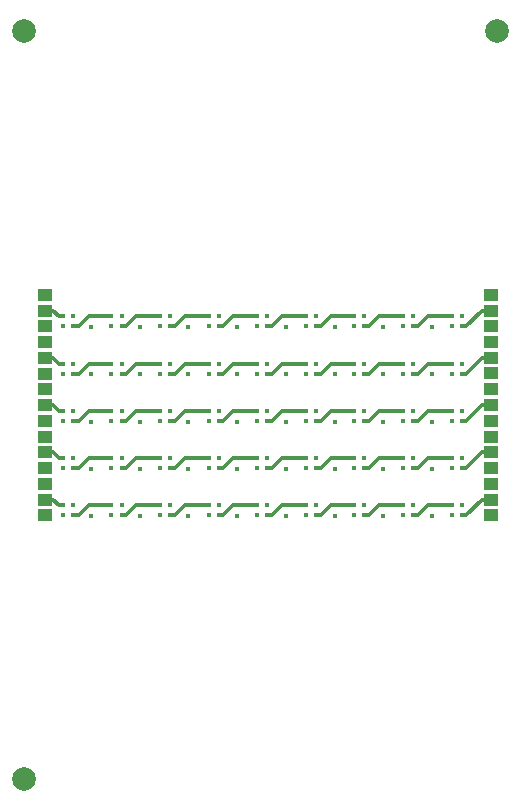
<source format=gtl>
G04 #@! TF.GenerationSoftware,KiCad,Pcbnew,7.0.2-6a45011f42~172~ubuntu22.04.1*
G04 #@! TF.CreationDate,2023-07-03T20:32:52+08:00*
G04 #@! TF.ProjectId,panel_5_1,70616e65-6c5f-4355-9f31-2e6b69636164,rev?*
G04 #@! TF.SameCoordinates,Original*
G04 #@! TF.FileFunction,Copper,L1,Top*
G04 #@! TF.FilePolarity,Positive*
%FSLAX46Y46*%
G04 Gerber Fmt 4.6, Leading zero omitted, Abs format (unit mm)*
G04 Created by KiCad (PCBNEW 7.0.2-6a45011f42~172~ubuntu22.04.1) date 2023-07-03 20:32:52*
%MOMM*%
%LPD*%
G01*
G04 APERTURE LIST*
G04 #@! TA.AperFunction,SMDPad,CuDef*
%ADD10R,0.450000X0.450000*%
G04 #@! TD*
G04 #@! TA.AperFunction,ComponentPad*
%ADD11R,1.200000X1.000000*%
G04 #@! TD*
G04 #@! TA.AperFunction,SMDPad,CuDef*
%ADD12C,2.000000*%
G04 #@! TD*
G04 #@! TA.AperFunction,ViaPad*
%ADD13C,0.450000*%
G04 #@! TD*
G04 #@! TA.AperFunction,Conductor*
%ADD14C,0.300000*%
G04 #@! TD*
G04 APERTURE END LIST*
D10*
G04 #@! TO.P,U4,1,DOUT*
G04 #@! TO.N,Board_2-Net-(U4-DOUT)*
X31465663Y-36330000D03*
G04 #@! TO.P,U4,2,VDD*
G04 #@! TO.N,Board_2-+3V3*
X30615663Y-36330000D03*
G04 #@! TO.P,U4,3,GND*
G04 #@! TO.N,Board_2-GND*
X31465663Y-35480000D03*
G04 #@! TO.P,U4,4,DIN*
G04 #@! TO.N,Board_2-Net-(U3-DOUT)*
X30615663Y-35480000D03*
G04 #@! TD*
G04 #@! TO.P,U5,1,DOUT*
G04 #@! TO.N,Board_3-Net-(U5-DOUT)*
X35579334Y-40330000D03*
G04 #@! TO.P,U5,2,VDD*
G04 #@! TO.N,Board_3-+3V3*
X34729334Y-40330000D03*
G04 #@! TO.P,U5,3,GND*
G04 #@! TO.N,Board_3-GND*
X35579334Y-39480000D03*
G04 #@! TO.P,U5,4,DIN*
G04 #@! TO.N,Board_3-Net-(U4-DOUT)*
X34729334Y-39480000D03*
G04 #@! TD*
D11*
G04 #@! TO.P,J1,1,Pin_1*
G04 #@! TO.N,Board_1-+3V3*
X16727500Y-32330000D03*
G04 #@! TD*
D10*
G04 #@! TO.P,U6,1,DOUT*
G04 #@! TO.N,Board_4-Net-(U6-DOUT)*
X39693005Y-44330000D03*
G04 #@! TO.P,U6,2,VDD*
G04 #@! TO.N,Board_4-+3V3*
X38843005Y-44330000D03*
G04 #@! TO.P,U6,3,GND*
G04 #@! TO.N,Board_4-GND*
X39693005Y-43480000D03*
G04 #@! TO.P,U6,4,DIN*
G04 #@! TO.N,Board_4-Net-(U5-DOUT)*
X38843005Y-43480000D03*
G04 #@! TD*
G04 #@! TO.P,U4,1,DOUT*
G04 #@! TO.N,Board_1-Net-(U4-DOUT)*
X31465663Y-32330000D03*
G04 #@! TO.P,U4,2,VDD*
G04 #@! TO.N,Board_1-+3V3*
X30615663Y-32330000D03*
G04 #@! TO.P,U4,3,GND*
G04 #@! TO.N,Board_1-GND*
X31465663Y-31480000D03*
G04 #@! TO.P,U4,4,DIN*
G04 #@! TO.N,Board_1-Net-(U3-DOUT)*
X30615663Y-31480000D03*
G04 #@! TD*
G04 #@! TO.P,U5,1,DOUT*
G04 #@! TO.N,Board_1-Net-(U5-DOUT)*
X35579334Y-32330000D03*
G04 #@! TO.P,U5,2,VDD*
G04 #@! TO.N,Board_1-+3V3*
X34729334Y-32330000D03*
G04 #@! TO.P,U5,3,GND*
G04 #@! TO.N,Board_1-GND*
X35579334Y-31480000D03*
G04 #@! TO.P,U5,4,DIN*
G04 #@! TO.N,Board_1-Net-(U4-DOUT)*
X34729334Y-31480000D03*
G04 #@! TD*
G04 #@! TO.P,U6,1,DOUT*
G04 #@! TO.N,Board_1-Net-(U6-DOUT)*
X39693005Y-32330000D03*
G04 #@! TO.P,U6,2,VDD*
G04 #@! TO.N,Board_1-+3V3*
X38843005Y-32330000D03*
G04 #@! TO.P,U6,3,GND*
G04 #@! TO.N,Board_1-GND*
X39693005Y-31480000D03*
G04 #@! TO.P,U6,4,DIN*
G04 #@! TO.N,Board_1-Net-(U5-DOUT)*
X38843005Y-31480000D03*
G04 #@! TD*
G04 #@! TO.P,U2,1,DOUT*
G04 #@! TO.N,Board_4-Net-(U2-DOUT)*
X23238321Y-44330000D03*
G04 #@! TO.P,U2,2,VDD*
G04 #@! TO.N,Board_4-+3V3*
X22388321Y-44330000D03*
G04 #@! TO.P,U2,3,GND*
G04 #@! TO.N,Board_4-GND*
X23238321Y-43480000D03*
G04 #@! TO.P,U2,4,DIN*
G04 #@! TO.N,Board_4-Net-(U1-DOUT)*
X22388321Y-43480000D03*
G04 #@! TD*
D11*
G04 #@! TO.P,J2,1,Pin_1*
G04 #@! TO.N,Board_1-GND*
X16727500Y-29680000D03*
G04 #@! TD*
D10*
G04 #@! TO.P,U6,1,DOUT*
G04 #@! TO.N,Board_3-Net-(U6-DOUT)*
X39693005Y-40330000D03*
G04 #@! TO.P,U6,2,VDD*
G04 #@! TO.N,Board_3-+3V3*
X38843005Y-40330000D03*
G04 #@! TO.P,U6,3,GND*
G04 #@! TO.N,Board_3-GND*
X39693005Y-39480000D03*
G04 #@! TO.P,U6,4,DIN*
G04 #@! TO.N,Board_3-Net-(U5-DOUT)*
X38843005Y-39480000D03*
G04 #@! TD*
D11*
G04 #@! TO.P,J2,1,Pin_1*
G04 #@! TO.N,Board_2-GND*
X16727500Y-33680000D03*
G04 #@! TD*
D10*
G04 #@! TO.P,U1,1,DOUT*
G04 #@! TO.N,Board_4-Net-(U1-DOUT)*
X19124650Y-44330000D03*
G04 #@! TO.P,U1,2,VDD*
G04 #@! TO.N,Board_4-+3V3*
X18274650Y-44330000D03*
G04 #@! TO.P,U1,3,GND*
G04 #@! TO.N,Board_4-GND*
X19124650Y-43480000D03*
G04 #@! TO.P,U1,4,DIN*
G04 #@! TO.N,Board_4-LED_DATA*
X18274650Y-43480000D03*
G04 #@! TD*
G04 #@! TO.P,U8,1,DOUT*
G04 #@! TO.N,Board_4-Net-(U8-DOUT)*
X47920347Y-44330000D03*
G04 #@! TO.P,U8,2,VDD*
G04 #@! TO.N,Board_4-+3V3*
X47070347Y-44330000D03*
G04 #@! TO.P,U8,3,GND*
G04 #@! TO.N,Board_4-GND*
X47920347Y-43480000D03*
G04 #@! TO.P,U8,4,DIN*
G04 #@! TO.N,Board_4-Net-(U7-DOUT)*
X47070347Y-43480000D03*
G04 #@! TD*
G04 #@! TO.P,U1,1,DOUT*
G04 #@! TO.N,Board_2-Net-(U1-DOUT)*
X19124650Y-36330000D03*
G04 #@! TO.P,U1,2,VDD*
G04 #@! TO.N,Board_2-+3V3*
X18274650Y-36330000D03*
G04 #@! TO.P,U1,3,GND*
G04 #@! TO.N,Board_2-GND*
X19124650Y-35480000D03*
G04 #@! TO.P,U1,4,DIN*
G04 #@! TO.N,Board_2-LED_DATA*
X18274650Y-35480000D03*
G04 #@! TD*
D11*
G04 #@! TO.P,J4,1,Pin_1*
G04 #@! TO.N,Board_3-LED_OUT*
X54497500Y-39000000D03*
G04 #@! TD*
D10*
G04 #@! TO.P,U3,1,DOUT*
G04 #@! TO.N,Board_3-Net-(U3-DOUT)*
X27351992Y-40330000D03*
G04 #@! TO.P,U3,2,VDD*
G04 #@! TO.N,Board_3-+3V3*
X26501992Y-40330000D03*
G04 #@! TO.P,U3,3,GND*
G04 #@! TO.N,Board_3-GND*
X27351992Y-39480000D03*
G04 #@! TO.P,U3,4,DIN*
G04 #@! TO.N,Board_3-Net-(U2-DOUT)*
X26501992Y-39480000D03*
G04 #@! TD*
G04 #@! TO.P,U5,1,DOUT*
G04 #@! TO.N,Board_0-Net-(U5-DOUT)*
X35579334Y-28330000D03*
G04 #@! TO.P,U5,2,VDD*
G04 #@! TO.N,Board_0-+3V3*
X34729334Y-28330000D03*
G04 #@! TO.P,U5,3,GND*
G04 #@! TO.N,Board_0-GND*
X35579334Y-27480000D03*
G04 #@! TO.P,U5,4,DIN*
G04 #@! TO.N,Board_0-Net-(U4-DOUT)*
X34729334Y-27480000D03*
G04 #@! TD*
D11*
G04 #@! TO.P,J2,1,Pin_1*
G04 #@! TO.N,Board_3-GND*
X16727500Y-37680000D03*
G04 #@! TD*
D10*
G04 #@! TO.P,U9,1,DOUT*
G04 #@! TO.N,Board_4-LED_OUT*
X52034022Y-44330000D03*
G04 #@! TO.P,U9,2,VDD*
G04 #@! TO.N,Board_4-+3V3*
X51184022Y-44330000D03*
G04 #@! TO.P,U9,3,GND*
G04 #@! TO.N,Board_4-GND*
X52034022Y-43480000D03*
G04 #@! TO.P,U9,4,DIN*
G04 #@! TO.N,Board_4-Net-(U8-DOUT)*
X51184022Y-43480000D03*
G04 #@! TD*
D11*
G04 #@! TO.P,J3,1,Pin_1*
G04 #@! TO.N,Board_0-LED_DATA*
X16727500Y-27005000D03*
G04 #@! TD*
D10*
G04 #@! TO.P,U4,1,DOUT*
G04 #@! TO.N,Board_3-Net-(U4-DOUT)*
X31465663Y-40330000D03*
G04 #@! TO.P,U4,2,VDD*
G04 #@! TO.N,Board_3-+3V3*
X30615663Y-40330000D03*
G04 #@! TO.P,U4,3,GND*
G04 #@! TO.N,Board_3-GND*
X31465663Y-39480000D03*
G04 #@! TO.P,U4,4,DIN*
G04 #@! TO.N,Board_3-Net-(U3-DOUT)*
X30615663Y-39480000D03*
G04 #@! TD*
D11*
G04 #@! TO.P,J1,1,Pin_1*
G04 #@! TO.N,Board_4-+3V3*
X16727500Y-44330000D03*
G04 #@! TD*
G04 #@! TO.P,J5,1,Pin_1*
G04 #@! TO.N,Board_4-+3V3*
X54497500Y-44325000D03*
G04 #@! TD*
D10*
G04 #@! TO.P,U3,1,DOUT*
G04 #@! TO.N,Board_0-Net-(U3-DOUT)*
X27351992Y-28330000D03*
G04 #@! TO.P,U3,2,VDD*
G04 #@! TO.N,Board_0-+3V3*
X26501992Y-28330000D03*
G04 #@! TO.P,U3,3,GND*
G04 #@! TO.N,Board_0-GND*
X27351992Y-27480000D03*
G04 #@! TO.P,U3,4,DIN*
G04 #@! TO.N,Board_0-Net-(U2-DOUT)*
X26501992Y-27480000D03*
G04 #@! TD*
G04 #@! TO.P,U3,1,DOUT*
G04 #@! TO.N,Board_4-Net-(U3-DOUT)*
X27351992Y-44330000D03*
G04 #@! TO.P,U3,2,VDD*
G04 #@! TO.N,Board_4-+3V3*
X26501992Y-44330000D03*
G04 #@! TO.P,U3,3,GND*
G04 #@! TO.N,Board_4-GND*
X27351992Y-43480000D03*
G04 #@! TO.P,U3,4,DIN*
G04 #@! TO.N,Board_4-Net-(U2-DOUT)*
X26501992Y-43480000D03*
G04 #@! TD*
G04 #@! TO.P,U4,1,DOUT*
G04 #@! TO.N,Board_0-Net-(U4-DOUT)*
X31465663Y-28330000D03*
G04 #@! TO.P,U4,2,VDD*
G04 #@! TO.N,Board_0-+3V3*
X30615663Y-28330000D03*
G04 #@! TO.P,U4,3,GND*
G04 #@! TO.N,Board_0-GND*
X31465663Y-27480000D03*
G04 #@! TO.P,U4,4,DIN*
G04 #@! TO.N,Board_0-Net-(U3-DOUT)*
X30615663Y-27480000D03*
G04 #@! TD*
G04 #@! TO.P,U9,1,DOUT*
G04 #@! TO.N,Board_1-LED_OUT*
X52034022Y-32330000D03*
G04 #@! TO.P,U9,2,VDD*
G04 #@! TO.N,Board_1-+3V3*
X51184022Y-32330000D03*
G04 #@! TO.P,U9,3,GND*
G04 #@! TO.N,Board_1-GND*
X52034022Y-31480000D03*
G04 #@! TO.P,U9,4,DIN*
G04 #@! TO.N,Board_1-Net-(U8-DOUT)*
X51184022Y-31480000D03*
G04 #@! TD*
D11*
G04 #@! TO.P,J6,1,Pin_1*
G04 #@! TO.N,Board_1-GND*
X54497500Y-29675000D03*
G04 #@! TD*
D10*
G04 #@! TO.P,U8,1,DOUT*
G04 #@! TO.N,Board_3-Net-(U8-DOUT)*
X47920347Y-40330000D03*
G04 #@! TO.P,U8,2,VDD*
G04 #@! TO.N,Board_3-+3V3*
X47070347Y-40330000D03*
G04 #@! TO.P,U8,3,GND*
G04 #@! TO.N,Board_3-GND*
X47920347Y-39480000D03*
G04 #@! TO.P,U8,4,DIN*
G04 #@! TO.N,Board_3-Net-(U7-DOUT)*
X47070347Y-39480000D03*
G04 #@! TD*
D11*
G04 #@! TO.P,J5,1,Pin_1*
G04 #@! TO.N,Board_0-+3V3*
X54497500Y-28325000D03*
G04 #@! TD*
D10*
G04 #@! TO.P,U2,1,DOUT*
G04 #@! TO.N,Board_1-Net-(U2-DOUT)*
X23238321Y-32330000D03*
G04 #@! TO.P,U2,2,VDD*
G04 #@! TO.N,Board_1-+3V3*
X22388321Y-32330000D03*
G04 #@! TO.P,U2,3,GND*
G04 #@! TO.N,Board_1-GND*
X23238321Y-31480000D03*
G04 #@! TO.P,U2,4,DIN*
G04 #@! TO.N,Board_1-Net-(U1-DOUT)*
X22388321Y-31480000D03*
G04 #@! TD*
D11*
G04 #@! TO.P,J4,1,Pin_1*
G04 #@! TO.N,Board_4-LED_OUT*
X54497500Y-43000000D03*
G04 #@! TD*
D10*
G04 #@! TO.P,U7,1,DOUT*
G04 #@! TO.N,Board_3-Net-(U7-DOUT)*
X43806676Y-40330000D03*
G04 #@! TO.P,U7,2,VDD*
G04 #@! TO.N,Board_3-+3V3*
X42956676Y-40330000D03*
G04 #@! TO.P,U7,3,GND*
G04 #@! TO.N,Board_3-GND*
X43806676Y-39480000D03*
G04 #@! TO.P,U7,4,DIN*
G04 #@! TO.N,Board_3-Net-(U6-DOUT)*
X42956676Y-39480000D03*
G04 #@! TD*
G04 #@! TO.P,U7,1,DOUT*
G04 #@! TO.N,Board_4-Net-(U7-DOUT)*
X43806676Y-44330000D03*
G04 #@! TO.P,U7,2,VDD*
G04 #@! TO.N,Board_4-+3V3*
X42956676Y-44330000D03*
G04 #@! TO.P,U7,3,GND*
G04 #@! TO.N,Board_4-GND*
X43806676Y-43480000D03*
G04 #@! TO.P,U7,4,DIN*
G04 #@! TO.N,Board_4-Net-(U6-DOUT)*
X42956676Y-43480000D03*
G04 #@! TD*
G04 #@! TO.P,U8,1,DOUT*
G04 #@! TO.N,Board_0-Net-(U8-DOUT)*
X47920347Y-28330000D03*
G04 #@! TO.P,U8,2,VDD*
G04 #@! TO.N,Board_0-+3V3*
X47070347Y-28330000D03*
G04 #@! TO.P,U8,3,GND*
G04 #@! TO.N,Board_0-GND*
X47920347Y-27480000D03*
G04 #@! TO.P,U8,4,DIN*
G04 #@! TO.N,Board_0-Net-(U7-DOUT)*
X47070347Y-27480000D03*
G04 #@! TD*
D11*
G04 #@! TO.P,J1,1,Pin_1*
G04 #@! TO.N,Board_0-+3V3*
X16727500Y-28330000D03*
G04 #@! TD*
D12*
G04 #@! TO.P,REF\u002A\u002A,*
G04 #@! TO.N,*
X55000000Y-3350000D03*
G04 #@! TD*
D10*
G04 #@! TO.P,U2,1,DOUT*
G04 #@! TO.N,Board_3-Net-(U2-DOUT)*
X23238321Y-40330000D03*
G04 #@! TO.P,U2,2,VDD*
G04 #@! TO.N,Board_3-+3V3*
X22388321Y-40330000D03*
G04 #@! TO.P,U2,3,GND*
G04 #@! TO.N,Board_3-GND*
X23238321Y-39480000D03*
G04 #@! TO.P,U2,4,DIN*
G04 #@! TO.N,Board_3-Net-(U1-DOUT)*
X22388321Y-39480000D03*
G04 #@! TD*
G04 #@! TO.P,U9,1,DOUT*
G04 #@! TO.N,Board_2-LED_OUT*
X52034022Y-36330000D03*
G04 #@! TO.P,U9,2,VDD*
G04 #@! TO.N,Board_2-+3V3*
X51184022Y-36330000D03*
G04 #@! TO.P,U9,3,GND*
G04 #@! TO.N,Board_2-GND*
X52034022Y-35480000D03*
G04 #@! TO.P,U9,4,DIN*
G04 #@! TO.N,Board_2-Net-(U8-DOUT)*
X51184022Y-35480000D03*
G04 #@! TD*
G04 #@! TO.P,U3,1,DOUT*
G04 #@! TO.N,Board_2-Net-(U3-DOUT)*
X27351992Y-36330000D03*
G04 #@! TO.P,U3,2,VDD*
G04 #@! TO.N,Board_2-+3V3*
X26501992Y-36330000D03*
G04 #@! TO.P,U3,3,GND*
G04 #@! TO.N,Board_2-GND*
X27351992Y-35480000D03*
G04 #@! TO.P,U3,4,DIN*
G04 #@! TO.N,Board_2-Net-(U2-DOUT)*
X26501992Y-35480000D03*
G04 #@! TD*
G04 #@! TO.P,U5,1,DOUT*
G04 #@! TO.N,Board_4-Net-(U5-DOUT)*
X35579334Y-44330000D03*
G04 #@! TO.P,U5,2,VDD*
G04 #@! TO.N,Board_4-+3V3*
X34729334Y-44330000D03*
G04 #@! TO.P,U5,3,GND*
G04 #@! TO.N,Board_4-GND*
X35579334Y-43480000D03*
G04 #@! TO.P,U5,4,DIN*
G04 #@! TO.N,Board_4-Net-(U4-DOUT)*
X34729334Y-43480000D03*
G04 #@! TD*
D11*
G04 #@! TO.P,J3,1,Pin_1*
G04 #@! TO.N,Board_1-LED_DATA*
X16727500Y-31005000D03*
G04 #@! TD*
D12*
G04 #@! TO.P,REF\u002A\u002A,*
G04 #@! TO.N,*
X15000000Y-66650000D03*
G04 #@! TD*
D11*
G04 #@! TO.P,J2,1,Pin_1*
G04 #@! TO.N,Board_0-GND*
X16727500Y-25680000D03*
G04 #@! TD*
D10*
G04 #@! TO.P,U9,1,DOUT*
G04 #@! TO.N,Board_0-LED_OUT*
X52034022Y-28330000D03*
G04 #@! TO.P,U9,2,VDD*
G04 #@! TO.N,Board_0-+3V3*
X51184022Y-28330000D03*
G04 #@! TO.P,U9,3,GND*
G04 #@! TO.N,Board_0-GND*
X52034022Y-27480000D03*
G04 #@! TO.P,U9,4,DIN*
G04 #@! TO.N,Board_0-Net-(U8-DOUT)*
X51184022Y-27480000D03*
G04 #@! TD*
D11*
G04 #@! TO.P,J5,1,Pin_1*
G04 #@! TO.N,Board_3-+3V3*
X54497500Y-40325000D03*
G04 #@! TD*
G04 #@! TO.P,J5,1,Pin_1*
G04 #@! TO.N,Board_2-+3V3*
X54497500Y-36325000D03*
G04 #@! TD*
G04 #@! TO.P,J3,1,Pin_1*
G04 #@! TO.N,Board_2-LED_DATA*
X16727500Y-35005000D03*
G04 #@! TD*
G04 #@! TO.P,J4,1,Pin_1*
G04 #@! TO.N,Board_1-LED_OUT*
X54497500Y-31000000D03*
G04 #@! TD*
G04 #@! TO.P,J6,1,Pin_1*
G04 #@! TO.N,Board_0-GND*
X54497500Y-25675000D03*
G04 #@! TD*
G04 #@! TO.P,J6,1,Pin_1*
G04 #@! TO.N,Board_2-GND*
X54497500Y-33675000D03*
G04 #@! TD*
G04 #@! TO.P,J3,1,Pin_1*
G04 #@! TO.N,Board_3-LED_DATA*
X16727500Y-39005000D03*
G04 #@! TD*
D10*
G04 #@! TO.P,U5,1,DOUT*
G04 #@! TO.N,Board_2-Net-(U5-DOUT)*
X35579334Y-36330000D03*
G04 #@! TO.P,U5,2,VDD*
G04 #@! TO.N,Board_2-+3V3*
X34729334Y-36330000D03*
G04 #@! TO.P,U5,3,GND*
G04 #@! TO.N,Board_2-GND*
X35579334Y-35480000D03*
G04 #@! TO.P,U5,4,DIN*
G04 #@! TO.N,Board_2-Net-(U4-DOUT)*
X34729334Y-35480000D03*
G04 #@! TD*
G04 #@! TO.P,U9,1,DOUT*
G04 #@! TO.N,Board_3-LED_OUT*
X52034022Y-40330000D03*
G04 #@! TO.P,U9,2,VDD*
G04 #@! TO.N,Board_3-+3V3*
X51184022Y-40330000D03*
G04 #@! TO.P,U9,3,GND*
G04 #@! TO.N,Board_3-GND*
X52034022Y-39480000D03*
G04 #@! TO.P,U9,4,DIN*
G04 #@! TO.N,Board_3-Net-(U8-DOUT)*
X51184022Y-39480000D03*
G04 #@! TD*
D11*
G04 #@! TO.P,J1,1,Pin_1*
G04 #@! TO.N,Board_3-+3V3*
X16727500Y-40330000D03*
G04 #@! TD*
D10*
G04 #@! TO.P,U7,1,DOUT*
G04 #@! TO.N,Board_2-Net-(U7-DOUT)*
X43806676Y-36330000D03*
G04 #@! TO.P,U7,2,VDD*
G04 #@! TO.N,Board_2-+3V3*
X42956676Y-36330000D03*
G04 #@! TO.P,U7,3,GND*
G04 #@! TO.N,Board_2-GND*
X43806676Y-35480000D03*
G04 #@! TO.P,U7,4,DIN*
G04 #@! TO.N,Board_2-Net-(U6-DOUT)*
X42956676Y-35480000D03*
G04 #@! TD*
G04 #@! TO.P,U8,1,DOUT*
G04 #@! TO.N,Board_2-Net-(U8-DOUT)*
X47920347Y-36330000D03*
G04 #@! TO.P,U8,2,VDD*
G04 #@! TO.N,Board_2-+3V3*
X47070347Y-36330000D03*
G04 #@! TO.P,U8,3,GND*
G04 #@! TO.N,Board_2-GND*
X47920347Y-35480000D03*
G04 #@! TO.P,U8,4,DIN*
G04 #@! TO.N,Board_2-Net-(U7-DOUT)*
X47070347Y-35480000D03*
G04 #@! TD*
D11*
G04 #@! TO.P,J2,1,Pin_1*
G04 #@! TO.N,Board_4-GND*
X16727500Y-41680000D03*
G04 #@! TD*
G04 #@! TO.P,J6,1,Pin_1*
G04 #@! TO.N,Board_4-GND*
X54497500Y-41675000D03*
G04 #@! TD*
G04 #@! TO.P,J3,1,Pin_1*
G04 #@! TO.N,Board_4-LED_DATA*
X16727500Y-43005000D03*
G04 #@! TD*
D10*
G04 #@! TO.P,U8,1,DOUT*
G04 #@! TO.N,Board_1-Net-(U8-DOUT)*
X47920347Y-32330000D03*
G04 #@! TO.P,U8,2,VDD*
G04 #@! TO.N,Board_1-+3V3*
X47070347Y-32330000D03*
G04 #@! TO.P,U8,3,GND*
G04 #@! TO.N,Board_1-GND*
X47920347Y-31480000D03*
G04 #@! TO.P,U8,4,DIN*
G04 #@! TO.N,Board_1-Net-(U7-DOUT)*
X47070347Y-31480000D03*
G04 #@! TD*
G04 #@! TO.P,U3,1,DOUT*
G04 #@! TO.N,Board_1-Net-(U3-DOUT)*
X27351992Y-32330000D03*
G04 #@! TO.P,U3,2,VDD*
G04 #@! TO.N,Board_1-+3V3*
X26501992Y-32330000D03*
G04 #@! TO.P,U3,3,GND*
G04 #@! TO.N,Board_1-GND*
X27351992Y-31480000D03*
G04 #@! TO.P,U3,4,DIN*
G04 #@! TO.N,Board_1-Net-(U2-DOUT)*
X26501992Y-31480000D03*
G04 #@! TD*
G04 #@! TO.P,U6,1,DOUT*
G04 #@! TO.N,Board_0-Net-(U6-DOUT)*
X39693005Y-28330000D03*
G04 #@! TO.P,U6,2,VDD*
G04 #@! TO.N,Board_0-+3V3*
X38843005Y-28330000D03*
G04 #@! TO.P,U6,3,GND*
G04 #@! TO.N,Board_0-GND*
X39693005Y-27480000D03*
G04 #@! TO.P,U6,4,DIN*
G04 #@! TO.N,Board_0-Net-(U5-DOUT)*
X38843005Y-27480000D03*
G04 #@! TD*
G04 #@! TO.P,U2,1,DOUT*
G04 #@! TO.N,Board_0-Net-(U2-DOUT)*
X23238321Y-28330000D03*
G04 #@! TO.P,U2,2,VDD*
G04 #@! TO.N,Board_0-+3V3*
X22388321Y-28330000D03*
G04 #@! TO.P,U2,3,GND*
G04 #@! TO.N,Board_0-GND*
X23238321Y-27480000D03*
G04 #@! TO.P,U2,4,DIN*
G04 #@! TO.N,Board_0-Net-(U1-DOUT)*
X22388321Y-27480000D03*
G04 #@! TD*
G04 #@! TO.P,U7,1,DOUT*
G04 #@! TO.N,Board_0-Net-(U7-DOUT)*
X43806676Y-28330000D03*
G04 #@! TO.P,U7,2,VDD*
G04 #@! TO.N,Board_0-+3V3*
X42956676Y-28330000D03*
G04 #@! TO.P,U7,3,GND*
G04 #@! TO.N,Board_0-GND*
X43806676Y-27480000D03*
G04 #@! TO.P,U7,4,DIN*
G04 #@! TO.N,Board_0-Net-(U6-DOUT)*
X42956676Y-27480000D03*
G04 #@! TD*
D11*
G04 #@! TO.P,J4,1,Pin_1*
G04 #@! TO.N,Board_2-LED_OUT*
X54497500Y-35000000D03*
G04 #@! TD*
G04 #@! TO.P,J4,1,Pin_1*
G04 #@! TO.N,Board_0-LED_OUT*
X54497500Y-27000000D03*
G04 #@! TD*
D12*
G04 #@! TO.P,REF\u002A\u002A,*
G04 #@! TO.N,*
X15000000Y-3350000D03*
G04 #@! TD*
D11*
G04 #@! TO.P,J1,1,Pin_1*
G04 #@! TO.N,Board_2-+3V3*
X16727500Y-36330000D03*
G04 #@! TD*
D10*
G04 #@! TO.P,U6,1,DOUT*
G04 #@! TO.N,Board_2-Net-(U6-DOUT)*
X39693005Y-36330000D03*
G04 #@! TO.P,U6,2,VDD*
G04 #@! TO.N,Board_2-+3V3*
X38843005Y-36330000D03*
G04 #@! TO.P,U6,3,GND*
G04 #@! TO.N,Board_2-GND*
X39693005Y-35480000D03*
G04 #@! TO.P,U6,4,DIN*
G04 #@! TO.N,Board_2-Net-(U5-DOUT)*
X38843005Y-35480000D03*
G04 #@! TD*
G04 #@! TO.P,U2,1,DOUT*
G04 #@! TO.N,Board_2-Net-(U2-DOUT)*
X23238321Y-36330000D03*
G04 #@! TO.P,U2,2,VDD*
G04 #@! TO.N,Board_2-+3V3*
X22388321Y-36330000D03*
G04 #@! TO.P,U2,3,GND*
G04 #@! TO.N,Board_2-GND*
X23238321Y-35480000D03*
G04 #@! TO.P,U2,4,DIN*
G04 #@! TO.N,Board_2-Net-(U1-DOUT)*
X22388321Y-35480000D03*
G04 #@! TD*
G04 #@! TO.P,U4,1,DOUT*
G04 #@! TO.N,Board_4-Net-(U4-DOUT)*
X31465663Y-44330000D03*
G04 #@! TO.P,U4,2,VDD*
G04 #@! TO.N,Board_4-+3V3*
X30615663Y-44330000D03*
G04 #@! TO.P,U4,3,GND*
G04 #@! TO.N,Board_4-GND*
X31465663Y-43480000D03*
G04 #@! TO.P,U4,4,DIN*
G04 #@! TO.N,Board_4-Net-(U3-DOUT)*
X30615663Y-43480000D03*
G04 #@! TD*
G04 #@! TO.P,U1,1,DOUT*
G04 #@! TO.N,Board_0-Net-(U1-DOUT)*
X19124650Y-28330000D03*
G04 #@! TO.P,U1,2,VDD*
G04 #@! TO.N,Board_0-+3V3*
X18274650Y-28330000D03*
G04 #@! TO.P,U1,3,GND*
G04 #@! TO.N,Board_0-GND*
X19124650Y-27480000D03*
G04 #@! TO.P,U1,4,DIN*
G04 #@! TO.N,Board_0-LED_DATA*
X18274650Y-27480000D03*
G04 #@! TD*
G04 #@! TO.P,U1,1,DOUT*
G04 #@! TO.N,Board_3-Net-(U1-DOUT)*
X19124650Y-40330000D03*
G04 #@! TO.P,U1,2,VDD*
G04 #@! TO.N,Board_3-+3V3*
X18274650Y-40330000D03*
G04 #@! TO.P,U1,3,GND*
G04 #@! TO.N,Board_3-GND*
X19124650Y-39480000D03*
G04 #@! TO.P,U1,4,DIN*
G04 #@! TO.N,Board_3-LED_DATA*
X18274650Y-39480000D03*
G04 #@! TD*
G04 #@! TO.P,U1,1,DOUT*
G04 #@! TO.N,Board_1-Net-(U1-DOUT)*
X19124650Y-32330000D03*
G04 #@! TO.P,U1,2,VDD*
G04 #@! TO.N,Board_1-+3V3*
X18274650Y-32330000D03*
G04 #@! TO.P,U1,3,GND*
G04 #@! TO.N,Board_1-GND*
X19124650Y-31480000D03*
G04 #@! TO.P,U1,4,DIN*
G04 #@! TO.N,Board_1-LED_DATA*
X18274650Y-31480000D03*
G04 #@! TD*
D11*
G04 #@! TO.P,J5,1,Pin_1*
G04 #@! TO.N,Board_1-+3V3*
X54497500Y-32325000D03*
G04 #@! TD*
D10*
G04 #@! TO.P,U7,1,DOUT*
G04 #@! TO.N,Board_1-Net-(U7-DOUT)*
X43806676Y-32330000D03*
G04 #@! TO.P,U7,2,VDD*
G04 #@! TO.N,Board_1-+3V3*
X42956676Y-32330000D03*
G04 #@! TO.P,U7,3,GND*
G04 #@! TO.N,Board_1-GND*
X43806676Y-31480000D03*
G04 #@! TO.P,U7,4,DIN*
G04 #@! TO.N,Board_1-Net-(U6-DOUT)*
X42956676Y-31480000D03*
G04 #@! TD*
D11*
G04 #@! TO.P,J6,1,Pin_1*
G04 #@! TO.N,Board_3-GND*
X54497500Y-37675000D03*
G04 #@! TD*
D13*
G04 #@! TO.N,Board_0-+3V3*
X20650663Y-28400000D03*
X49545663Y-28400000D03*
X37162091Y-28400000D03*
X33034234Y-28400000D03*
X24778520Y-28400000D03*
X41289948Y-28400000D03*
X45417805Y-28400000D03*
X28906377Y-28400000D03*
G04 #@! TO.N,Board_1-+3V3*
X37162091Y-32400000D03*
X45417805Y-32400000D03*
X33034234Y-32400000D03*
X24778520Y-32400000D03*
X41289948Y-32400000D03*
X28906377Y-32400000D03*
X49545663Y-32400000D03*
X20650663Y-32400000D03*
G04 #@! TO.N,Board_2-+3V3*
X33034234Y-36400000D03*
X45417805Y-36400000D03*
X37162091Y-36400000D03*
X20650663Y-36400000D03*
X41289948Y-36400000D03*
X28906377Y-36400000D03*
X49545663Y-36400000D03*
X24778520Y-36400000D03*
G04 #@! TO.N,Board_3-+3V3*
X28906377Y-40400000D03*
X41289948Y-40400000D03*
X20650663Y-40400000D03*
X33034234Y-40400000D03*
X49545663Y-40400000D03*
X37162091Y-40400000D03*
X45417805Y-40400000D03*
X24778520Y-40400000D03*
G04 #@! TO.N,Board_4-+3V3*
X37162091Y-44400000D03*
X45417805Y-44400000D03*
X20650663Y-44400000D03*
X49545663Y-44400000D03*
X28906377Y-44400000D03*
X24778520Y-44400000D03*
X33034234Y-44400000D03*
X41289948Y-44400000D03*
G04 #@! TD*
D14*
G04 #@! TO.N,Board_0-LED_DATA*
X17915663Y-27480000D02*
X18274650Y-27480000D01*
X16727500Y-27005000D02*
X17440663Y-27005000D01*
X17440663Y-27005000D02*
X17915663Y-27480000D01*
G04 #@! TO.N,Board_0-LED_OUT*
X53770663Y-27000000D02*
X54497500Y-27000000D01*
X52034022Y-28330000D02*
X52440663Y-28330000D01*
X52440663Y-28330000D02*
X53770663Y-27000000D01*
G04 #@! TO.N,Board_0-Net-(U1-DOUT)*
X19625663Y-28330000D02*
X20475663Y-27480000D01*
X20475663Y-27480000D02*
X22388321Y-27480000D01*
X19124650Y-28330000D02*
X19625663Y-28330000D01*
G04 #@! TO.N,Board_0-Net-(U2-DOUT)*
X24465663Y-27480000D02*
X26501992Y-27480000D01*
X23615663Y-28330000D02*
X24465663Y-27480000D01*
X23238321Y-28330000D02*
X23615663Y-28330000D01*
G04 #@! TO.N,Board_0-Net-(U3-DOUT)*
X28645663Y-27480000D02*
X30615663Y-27480000D01*
X27351992Y-28330000D02*
X27795663Y-28330000D01*
X27795663Y-28330000D02*
X28645663Y-27480000D01*
G04 #@! TO.N,Board_0-Net-(U4-DOUT)*
X31860663Y-28330000D02*
X32710663Y-27480000D01*
X32710663Y-27480000D02*
X34729334Y-27480000D01*
X31465663Y-28330000D02*
X31860663Y-28330000D01*
G04 #@! TO.N,Board_0-Net-(U5-DOUT)*
X35579334Y-28330000D02*
X36010663Y-28330000D01*
X36860663Y-27480000D02*
X38843005Y-27480000D01*
X36010663Y-28330000D02*
X36860663Y-27480000D01*
G04 #@! TO.N,Board_0-Net-(U6-DOUT)*
X40950663Y-27480000D02*
X42956676Y-27480000D01*
X39693005Y-28330000D02*
X40100663Y-28330000D01*
X40100663Y-28330000D02*
X40950663Y-27480000D01*
G04 #@! TO.N,Board_0-Net-(U7-DOUT)*
X43806676Y-28330000D02*
X44220663Y-28330000D01*
X44220663Y-28330000D02*
X45070663Y-27480000D01*
X45070663Y-27480000D02*
X47070347Y-27480000D01*
G04 #@! TO.N,Board_0-Net-(U8-DOUT)*
X48335663Y-28330000D02*
X49185663Y-27480000D01*
X49185663Y-27480000D02*
X51184022Y-27480000D01*
X47920347Y-28330000D02*
X48335663Y-28330000D01*
G04 #@! TO.N,Board_1-LED_DATA*
X17915663Y-31480000D02*
X18274650Y-31480000D01*
X17440663Y-31005000D02*
X17915663Y-31480000D01*
X16727500Y-31005000D02*
X17440663Y-31005000D01*
G04 #@! TO.N,Board_1-LED_OUT*
X52034022Y-32330000D02*
X52440663Y-32330000D01*
X52440663Y-32330000D02*
X53770663Y-31000000D01*
X53770663Y-31000000D02*
X54497500Y-31000000D01*
G04 #@! TO.N,Board_1-Net-(U1-DOUT)*
X20475663Y-31480000D02*
X22388321Y-31480000D01*
X19124650Y-32330000D02*
X19625663Y-32330000D01*
X19625663Y-32330000D02*
X20475663Y-31480000D01*
G04 #@! TO.N,Board_1-Net-(U2-DOUT)*
X24465663Y-31480000D02*
X26501992Y-31480000D01*
X23615663Y-32330000D02*
X24465663Y-31480000D01*
X23238321Y-32330000D02*
X23615663Y-32330000D01*
G04 #@! TO.N,Board_1-Net-(U3-DOUT)*
X27795663Y-32330000D02*
X28645663Y-31480000D01*
X28645663Y-31480000D02*
X30615663Y-31480000D01*
X27351992Y-32330000D02*
X27795663Y-32330000D01*
G04 #@! TO.N,Board_1-Net-(U4-DOUT)*
X31465663Y-32330000D02*
X31860663Y-32330000D01*
X31860663Y-32330000D02*
X32710663Y-31480000D01*
X32710663Y-31480000D02*
X34729334Y-31480000D01*
G04 #@! TO.N,Board_1-Net-(U5-DOUT)*
X35579334Y-32330000D02*
X36010663Y-32330000D01*
X36860663Y-31480000D02*
X38843005Y-31480000D01*
X36010663Y-32330000D02*
X36860663Y-31480000D01*
G04 #@! TO.N,Board_1-Net-(U6-DOUT)*
X40100663Y-32330000D02*
X40950663Y-31480000D01*
X40950663Y-31480000D02*
X42956676Y-31480000D01*
X39693005Y-32330000D02*
X40100663Y-32330000D01*
G04 #@! TO.N,Board_1-Net-(U7-DOUT)*
X43806676Y-32330000D02*
X44220663Y-32330000D01*
X45070663Y-31480000D02*
X47070347Y-31480000D01*
X44220663Y-32330000D02*
X45070663Y-31480000D01*
G04 #@! TO.N,Board_1-Net-(U8-DOUT)*
X49185663Y-31480000D02*
X51184022Y-31480000D01*
X47920347Y-32330000D02*
X48335663Y-32330000D01*
X48335663Y-32330000D02*
X49185663Y-31480000D01*
G04 #@! TO.N,Board_2-LED_DATA*
X17915663Y-35480000D02*
X18274650Y-35480000D01*
X16727500Y-35005000D02*
X17440663Y-35005000D01*
X17440663Y-35005000D02*
X17915663Y-35480000D01*
G04 #@! TO.N,Board_2-LED_OUT*
X52440663Y-36330000D02*
X53770663Y-35000000D01*
X52034022Y-36330000D02*
X52440663Y-36330000D01*
X53770663Y-35000000D02*
X54497500Y-35000000D01*
G04 #@! TO.N,Board_2-Net-(U1-DOUT)*
X20475663Y-35480000D02*
X22388321Y-35480000D01*
X19625663Y-36330000D02*
X20475663Y-35480000D01*
X19124650Y-36330000D02*
X19625663Y-36330000D01*
G04 #@! TO.N,Board_2-Net-(U2-DOUT)*
X23615663Y-36330000D02*
X24465663Y-35480000D01*
X23238321Y-36330000D02*
X23615663Y-36330000D01*
X24465663Y-35480000D02*
X26501992Y-35480000D01*
G04 #@! TO.N,Board_2-Net-(U3-DOUT)*
X27795663Y-36330000D02*
X28645663Y-35480000D01*
X27351992Y-36330000D02*
X27795663Y-36330000D01*
X28645663Y-35480000D02*
X30615663Y-35480000D01*
G04 #@! TO.N,Board_2-Net-(U4-DOUT)*
X31465663Y-36330000D02*
X31860663Y-36330000D01*
X31860663Y-36330000D02*
X32710663Y-35480000D01*
X32710663Y-35480000D02*
X34729334Y-35480000D01*
G04 #@! TO.N,Board_2-Net-(U5-DOUT)*
X36010663Y-36330000D02*
X36860663Y-35480000D01*
X36860663Y-35480000D02*
X38843005Y-35480000D01*
X35579334Y-36330000D02*
X36010663Y-36330000D01*
G04 #@! TO.N,Board_2-Net-(U6-DOUT)*
X40950663Y-35480000D02*
X42956676Y-35480000D01*
X40100663Y-36330000D02*
X40950663Y-35480000D01*
X39693005Y-36330000D02*
X40100663Y-36330000D01*
G04 #@! TO.N,Board_2-Net-(U7-DOUT)*
X45070663Y-35480000D02*
X47070347Y-35480000D01*
X44220663Y-36330000D02*
X45070663Y-35480000D01*
X43806676Y-36330000D02*
X44220663Y-36330000D01*
G04 #@! TO.N,Board_2-Net-(U8-DOUT)*
X47920347Y-36330000D02*
X48335663Y-36330000D01*
X49185663Y-35480000D02*
X51184022Y-35480000D01*
X48335663Y-36330000D02*
X49185663Y-35480000D01*
G04 #@! TO.N,Board_3-LED_DATA*
X16727500Y-39005000D02*
X17440663Y-39005000D01*
X17440663Y-39005000D02*
X17915663Y-39480000D01*
X17915663Y-39480000D02*
X18274650Y-39480000D01*
G04 #@! TO.N,Board_3-LED_OUT*
X52034022Y-40330000D02*
X52440663Y-40330000D01*
X53770663Y-39000000D02*
X54497500Y-39000000D01*
X52440663Y-40330000D02*
X53770663Y-39000000D01*
G04 #@! TO.N,Board_3-Net-(U1-DOUT)*
X19124650Y-40330000D02*
X19625663Y-40330000D01*
X19625663Y-40330000D02*
X20475663Y-39480000D01*
X20475663Y-39480000D02*
X22388321Y-39480000D01*
G04 #@! TO.N,Board_3-Net-(U2-DOUT)*
X24465663Y-39480000D02*
X26501992Y-39480000D01*
X23238321Y-40330000D02*
X23615663Y-40330000D01*
X23615663Y-40330000D02*
X24465663Y-39480000D01*
G04 #@! TO.N,Board_3-Net-(U3-DOUT)*
X27795663Y-40330000D02*
X28645663Y-39480000D01*
X27351992Y-40330000D02*
X27795663Y-40330000D01*
X28645663Y-39480000D02*
X30615663Y-39480000D01*
G04 #@! TO.N,Board_3-Net-(U4-DOUT)*
X31465663Y-40330000D02*
X31860663Y-40330000D01*
X31860663Y-40330000D02*
X32710663Y-39480000D01*
X32710663Y-39480000D02*
X34729334Y-39480000D01*
G04 #@! TO.N,Board_3-Net-(U5-DOUT)*
X36010663Y-40330000D02*
X36860663Y-39480000D01*
X35579334Y-40330000D02*
X36010663Y-40330000D01*
X36860663Y-39480000D02*
X38843005Y-39480000D01*
G04 #@! TO.N,Board_3-Net-(U6-DOUT)*
X39693005Y-40330000D02*
X40100663Y-40330000D01*
X40950663Y-39480000D02*
X42956676Y-39480000D01*
X40100663Y-40330000D02*
X40950663Y-39480000D01*
G04 #@! TO.N,Board_3-Net-(U7-DOUT)*
X43806676Y-40330000D02*
X44220663Y-40330000D01*
X45070663Y-39480000D02*
X47070347Y-39480000D01*
X44220663Y-40330000D02*
X45070663Y-39480000D01*
G04 #@! TO.N,Board_3-Net-(U8-DOUT)*
X48335663Y-40330000D02*
X49185663Y-39480000D01*
X47920347Y-40330000D02*
X48335663Y-40330000D01*
X49185663Y-39480000D02*
X51184022Y-39480000D01*
G04 #@! TO.N,Board_4-LED_DATA*
X16727500Y-43005000D02*
X17440663Y-43005000D01*
X17915663Y-43480000D02*
X18274650Y-43480000D01*
X17440663Y-43005000D02*
X17915663Y-43480000D01*
G04 #@! TO.N,Board_4-LED_OUT*
X53770663Y-43000000D02*
X54497500Y-43000000D01*
X52440663Y-44330000D02*
X53770663Y-43000000D01*
X52034022Y-44330000D02*
X52440663Y-44330000D01*
G04 #@! TO.N,Board_4-Net-(U1-DOUT)*
X20475663Y-43480000D02*
X22388321Y-43480000D01*
X19124650Y-44330000D02*
X19625663Y-44330000D01*
X19625663Y-44330000D02*
X20475663Y-43480000D01*
G04 #@! TO.N,Board_4-Net-(U2-DOUT)*
X23615663Y-44330000D02*
X24465663Y-43480000D01*
X24465663Y-43480000D02*
X26501992Y-43480000D01*
X23238321Y-44330000D02*
X23615663Y-44330000D01*
G04 #@! TO.N,Board_4-Net-(U3-DOUT)*
X27795663Y-44330000D02*
X28645663Y-43480000D01*
X28645663Y-43480000D02*
X30615663Y-43480000D01*
X27351992Y-44330000D02*
X27795663Y-44330000D01*
G04 #@! TO.N,Board_4-Net-(U4-DOUT)*
X32710663Y-43480000D02*
X34729334Y-43480000D01*
X31465663Y-44330000D02*
X31860663Y-44330000D01*
X31860663Y-44330000D02*
X32710663Y-43480000D01*
G04 #@! TO.N,Board_4-Net-(U5-DOUT)*
X36860663Y-43480000D02*
X38843005Y-43480000D01*
X35579334Y-44330000D02*
X36010663Y-44330000D01*
X36010663Y-44330000D02*
X36860663Y-43480000D01*
G04 #@! TO.N,Board_4-Net-(U6-DOUT)*
X40950663Y-43480000D02*
X42956676Y-43480000D01*
X39693005Y-44330000D02*
X40100663Y-44330000D01*
X40100663Y-44330000D02*
X40950663Y-43480000D01*
G04 #@! TO.N,Board_4-Net-(U7-DOUT)*
X44220663Y-44330000D02*
X45070663Y-43480000D01*
X45070663Y-43480000D02*
X47070347Y-43480000D01*
X43806676Y-44330000D02*
X44220663Y-44330000D01*
G04 #@! TO.N,Board_4-Net-(U8-DOUT)*
X49185663Y-43480000D02*
X51184022Y-43480000D01*
X48335663Y-44330000D02*
X49185663Y-43480000D01*
X47920347Y-44330000D02*
X48335663Y-44330000D01*
G04 #@! TD*
M02*

</source>
